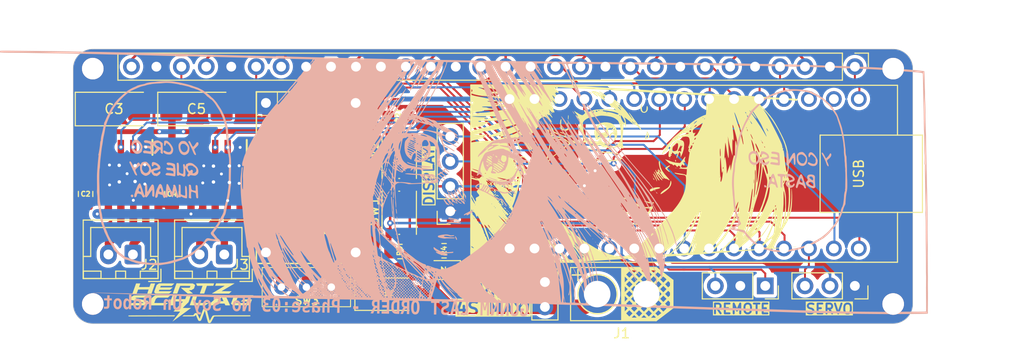
<source format=kicad_pcb>
(kicad_pcb (version 20241229) (generator "pcbnew") (generator_version "9.0")
  (layers (0 "F.Cu" signal) (2 "B.Cu" signal) (13 "F.Paste" user) (15 "B.Paste" user) (5 "F.SilkS" user "F.Silkscreen") (7 "B.SilkS" user "B.Silkscreen") (1 "F.Mask" user) (3 "B.Mask" user) (25 "Edge.Cuts" user))
  (net 0 "")
  (net 7 "GND")
  (net 8 "/VM")
  (net 9 "Net-(D1-K)")
  (net 10 "Net-(D2-K)")
  (net 11 "/MSJS")
  (net 12 "+5V")
  (net 13 "/SENSOR0")
  (net 14 "/OUT_A1")
  (net 15 "/OUT_A2")
  (net 16 "/OUT_B1")
  (net 17 "/OUT_B2")
  (net 18 "/SENSOR7")
  (net 19 "/SENSOR1")
  (net 20 "/SENSOR4")
  (net 21 "/SENSOR5")
  (net 22 "/SENSOR2")
  (net 23 "/SENSOR3")
  (net 24 "/SDA")
  (net 25 "/SCL")
  (net 26 "/SENSOR8")
  (net 27 "/Servo")
  (net 28 "VCC")
  (net 29 "/SENSOR6")
  (net 30 "Net-(U3-IN)")
  (net 31 "/IN_A1")
  (net 32 "/IN_B2")
  (net 33 "/IN_A2")
  (net 34 "/IN_B1")
  (net 35 "/BTN2")
  (net 36 "/BTN1")
  (net 37 "/SENSOR9")
  (footprint "Connector_AMASS:AMASS_XT30U-F_1x02_P5.0mm_Vertical" (layer "F.Cu") (at 167.36 107.99 180)
    (property "Reference" "J1")
    (property "Value" "TB_1X2")
  )
  (footprint "Connector_PinSocket_2.54mm:PinSocket_1x04_P2.54mm_Vertical" (layer "F.Cu") (at 147.4 99.54 180)
    (property "Reference" "DISPLAY")
    (property "Value" "Conn_01x04_Female")
  )
  (footprint "Connector_PinSocket_2.54mm:PinSocket_1x03_P2.54mm_Vertical" (layer "F.Cu") (at 179.475 107.15 -90)
    (property "Reference" "REMOTE")
    (property "Value" "Conn_01x03_Male")
  )
  (footprint "AJ_IMG:HERTZ" (layer "F.Cu") (at 120.893518 109.160926)
    (property "Reference" "G***" (hide yes))
    (property "Value" "LOGO" (hide yes))
  )
  (footprint "Diode_SMD:D_SMA" (layer "F.Cu") (at 141.2 108)
    (property "Reference" "D1")
    (property "Value" "M7")
  )
  (footprint "AJ_Lib:SOIC127P600X175-9N" (layer "F.Cu") (at 124.1 95.742 -90)
    (property "Reference" "IC2" (hide yes))
    (property "Value" "TB67H450FNG,EL" (hide yes))
  )
  (footprint "Module:Arduino_Nano" (layer "F.Cu") (at 153.44 103.34 90)
    (property "Reference" "A2" (hide yes))
    (property "Value" "Arduino_Nano_v3.x")
  )
  (footprint "MixLib:Mini360_step-down" (layer "F.Cu") (at 133.2 96.12 90)
    (property "Reference" "U3" (hide yes))
    (property "Value" "Mini360")
  )
  (footprint "Connector_PinSocket_2.54mm:PinSocket_1x02_P2.54mm_Vertical" (layer "F.Cu") (at 157.04 106.76)
    (property "Reference" "J8")
    (property "Value" "Extra")
  )
  (footprint "AJ_Lib:SOIC127P600X175-9N" (layer "F.Cu") (at 114.495 95.742 -90)
    (property "Reference" "IC1" (hide yes))
    (property "Value" "TB67H450FNG,EL" (hide yes))
  )
  (footprint "Capacitor_SMD:C_0805_2012Metric_Pad1.18x1.45mm_HandSolder" (layer "F.Cu") (at 119.06 97.78 -90)
    (property "Reference" "C4")
    (property "Value" "100nF")
  )
  (footprint "MixLib:SW_Slide-03_P2.54_L9_W4_H7" (layer "F.Cu") (at 132.75 107.28)
    (property "Reference" "SW3")
    (property "Value" "SW_Push")
  )
  (footprint "Resistor_SMD:R_0805_2012Metric" (layer "F.Cu") (at 146.77 103.57 180)
    (property "Reference" "R4")
    (property "Value" "2.7K")
  )
  (footprint "Button_Switch_SMD:SW_Push_1P1T_NO_Vertical_Wuerth_434133025816" (layer "F.Cu") (at 142.205 94 90)
    (property "Reference" "SW2")
    (property "Value" "SW_Push")
  )
  (footprint "MountingHole:MountingHole_2.2mm_M2_ISO7380" (layer "F.Cu") (at 192.5 109)
    (property "Reference" "H3")
    (property "Value" "MountingHole")
  )
  (footprint "Resistor_SMD:R_0805_2012Metric_Pad1.20x1.40mm_HandSolder" (layer "F.Cu") (at 142.1 90 180)
    (property "Reference" "R2")
    (property "Value" "R")
  )
  (footprint "Capacitor_Tantalum_SMD:CP_EIA-6032-15_Kemet-U_HandSolder" (layer "F.Cu") (at 113.16 89.12)
    (property "Reference" "C3")
    (property "Value" "47uF")
  )
  (footprint "MountingHole:MountingHole_2.2mm_M2_ISO7380" (layer "F.Cu") (at 111 85)
    (property "Reference" "H1")
    (property "Value" "MountingHole")
  )
  (footprint "Connector_JST:JST_XH_B2B-XH-A_1x02_P2.50mm_Vertical" (layer "F.Cu") (at 124.39 103.95 180)
    (property "Reference" "J3")
    (property "Value" "MotorB")
  )
  (footprint "Button_Switch_SMD:SW_Push_1P1T_NO_Vertical_Wuerth_434133025816" (layer "F.Cu") (at 142.205 99.7 90)
    (property "Reference" "SW1")
    (property "Value" "SW_Push")
  )
  (footprint "MountingHole:MountingHole_2.2mm_M2_ISO7380" (layer "F.Cu") (at 111 109)
    (property "Reference" "H4")
    (property "Value" "MountingHole")
  )
  (footprint "Connector_PinSocket_2.54mm:PinSocket_1x03_P2.54mm_Vertical" (layer "F.Cu") (at 188.6 107.15 -90)
    (property "Reference" "SERVO")
    (property "Value" "Conn_01x03_Male")
  )
  (footprint "MountingHole:MountingHole_2.2mm_M2_ISO7380" (layer "F.Cu") (at 192.5 85)
    (property "Reference" "H2")
    (property "Value" "MountingHole")
  )
  (footprint "Connector_PinHeader_2.54mm:PinHeader_1x30_P2.54mm_Vertical" (layer "F.Cu") (at 188.6 84.8 -90)
    (property "Reference" "J4" (hide yes))
    (property "Value" "Conn_01x30_Pin" (hide yes))
  )
  (footprint "AJ_IMG:Alita Angry" (layer "F.Cu") (at 166.1 95.7)
    (property "Reference" "G***" (hide yes))
    (property "Value" "LOGO" (hide yes))
  )
  (footprint "Capacitor_Tantalum_SMD:CP_EIA-6032-15_Kemet-U_HandSolder" (layer "F.Cu") (at 121.5575 89.12)
    (property "Reference" "C5")
    (property "Value" "47uF")
  )
  (footprint "Connector_JST:JST_XH_B2B-XH-A_1x02_P2.50mm_Vertical" (layer "F.Cu") (at 115.09 103.95 180)
    (property "Reference" "J2")
    (property "Value" "MotorA")
  )
  (footprint "AJ_IMG:JVB" (layer "F.Cu") (at 133.2 96.12)
    (property "Reference" "G***" (hide yes))
    (property "Value" "LOGO" (hide yes))
  )
  (footprint "MixLib:LED_0805_2012Metric" (layer "F.Cu") (at 146.9 105.52 180)
    (property "Reference" "D2")
    (property "Value" "LED")
  )
  (footprint "Resistor_SMD:R_0805_2012Metric_Pad1.20x1.40mm_HandSolder" (layer "F.Cu") (at 142.28 103.65 180)
    (property "Reference" "R3")
    (property "Value" "R")
  )
  (footprint "Capacitor_SMD:C_0805_2012Metric_Pad1.18x1.45mm_HandSolder" (layer "F.Cu") (at 110.27 97.78 -90)
    (property "Reference" "C2")
    (property "Value" "100nF")
  )
  (footprint "Library:Im Human" (layer "B.Cu") (at 148.683307 96.225987 180)
    (property "Reference" "G***" (hide yes))
    (property "Value" "LOGO" (hide yes))
  )
  (gr_line (start 164.875 105.3) (end 164.875 110.675) (stroke (width 0.15)) (layer "F.SilkS"))
  (gr_circle (center 162.4 108) (end 162.4 106) (stroke (width 0.15)) (fill no) (layer "F.SilkS"))
  (gr_rect (start 155.993978 105.86875) (end 158.086022 107.73125) (stroke (width 0.1)) (fill yes) (layer "F.SilkS"))
  (gr_arc (start 192.5 83) (mid 193.914214 83.585786) (end 194.5 85) (stroke (width 0.05)) (layer "Edge.Cuts"))
  (gr_line (start 192.5 83) (end 111 83) (stroke (width 0.05)) (layer "Edge.Cuts"))
  (gr_arc (start 194.5 109) (mid 193.914214 110.414214) (end 192.5 111) (stroke (width 0.05)) (layer "Edge.Cuts"))
  (gr_line (start 109 85) (end 109 109) (stroke (width 0.05)) (layer "Edge.Cuts"))
  (gr_line (start 192.5 111) (end 111 111) (stroke (width 0.05)) (layer "Edge.Cuts"))
  (gr_line (start 194.5 85) (end 194.5 109) (stroke (width 0.05)) (layer "Edge.Cuts"))
  (gr_arc (start 111 111) (mid 109.585786 110.414214) (end 109 109) (stroke (width 0.05)) (layer "Edge.Cuts"))
  (gr_arc (start 109 85) (mid 109.585786 83.585786) (end 111 83) (stroke (width 0.05)) (layer "Edge.Cuts"))
  (gr_text "Vin" (at 150.2 108.4 0) (layer "F.SilkS" knockout) (effects (font (size 1.25 1.25) (thickness 0.25) (bold yes)) (justify left bottom)))
  (gr_text "4S MAX!" (at 147.789286 110.2 0) (layer "F.SilkS" knockout) (effects (font (size 1.25 1.25) (thickness 0.25) (bold yes)) (justify left bottom)))
  (gr_text "GUNNM LAST ORDER - Phase:03 No Soy Un Robot" (at 155.45 110.48 359) (layer "B.SilkS") (effects (font (size 1.4 1.2) (thickness 0.2) (bold yes) (italic yes)) (justify left bottom mirror)))
  (segment (start 143.28 103.65) (end 143.5 103.65) (width 0.25) (layer "F.Cu") (net 7))
  (via (at 115.31 94.89) (size 0.65) (drill 0.35) (layers "F.Cu" "B.Cu") (net 7))
  (via (at 115.13 98.424) (size 0.6) (drill 0.3) (layers "F.Cu" "B.Cu") (net 7))
  (via (at 124.735 98.454) (size 0.6) (drill 0.3) (layers "F.Cu" "B.Cu") (net 7))
  (via (at 112.7 94.83) (size 0.6) (drill 0.3) (layers "F.Cu" "B.Cu") (net 7))
  (via (at 112.71 96.86) (size 0.6) (drill 0.3) (layers "F.Cu" "B.Cu") (net 7))
  (via (at 125.9 96.7) (size 0.6) (drill 0.3) (layers "F.Cu" "B.Cu") (net 7))
  (via (at 122.2 96.653333) (size 0.6) (drill 0.3) (layers "F.Cu" "B.Cu") (net 7))
  (via (at 116.3 94.8) (size 0.6) (drill 0.3) (layers "F.Cu" "B.Cu") (net 7))
  (via (at 115.31 96.51) (size 0.65) (drill 0.35) (layers "F.Cu" "B.Cu") (net 7))
  (via (at 124.91 94.926667) (size 0.65) (drill 0.35) (layers "F.Cu" "B.Cu") (net 7))
  (via (at 125.9 94.9) (size 0.6) (drill 0.3) (layers "F.Cu" "B.Cu") (net 7))
  (via (at 114.495 95.712) (size 0.6) (drill 0.3) (layers "F.Cu" "B.Cu") (net 7))
  (via (at 124.1 95.742) (size 0.6) (drill 0.3) (layers "F.Cu" "B.Cu") (net 7))
  (via (at 116.3 96.77) (size 0.6) (drill 0.3) (layers "F.Cu" "B.Cu") (net 7))
  (via (at 123.29 96.56) (size 0.65) (drill 0.35) (layers "F.Cu" "B.Cu") (net 7))
  (via (at 124.91 96.606667) (size 0.65) (drill 0.35) (layers "F.Cu" "B.Cu") (net 7))
  (via (at 116.4 93) (size 0.6) (drill 0.3) (layers "F.Cu" "B.Cu") (net 7))
  (via (at 126.005 93.03) (size 0.6) (drill 0.3) (layers "F.Cu" "B.Cu") (net 7))
  (via (at 122.3 94.913333) (size 0.6) (drill 0.3) (layers "F.Cu" "B.Cu") (net 7))
  (via (at 113.7 96.55) (size 0.65) (drill 0.35) (layers "F.Cu" "B.Cu") (net 7))
  (via (at 113.69 94.86) (size 0.65) (drill 0.35) (layers "F.Cu" "B.Cu") (net 7))
  (via (at 123.29 94.94) (size 0.65) (drill 0.35) (layers "F.Cu" "B.Cu") (net 7))
  (segment (start 118.499 83.601) (end 123.901 83.601) (width 0.2) (layer "B.Cu") (net 7))
  (segment (start 154.381 83.601) (end 155.58 84.8) (width 0.2) (layer "B.Cu") (net 7))
  (segment (start 178.44 84.8) (end 177.266 83.626) (width 0.25) (layer "B.Cu") (net 7))
  (segment (start 169.075 83.625) (end 163.375 83.625) (width 0.25) (layer "B.Cu") (net 7))
  (segment (start 185.62 83.72) (end 185.525 83.625) (width 0.25) (layer "B.Cu") (net 7))
  (segment (start 141.491 83.649) (end 147.429 83.649) (width 0.2) (layer "B.Cu") (net 7))
  (segment (start 170.266 83.626) (end 169.076 83.626) (width 0.25) (layer "B.Cu") (net 7))
  (segment (start 163.2 83.8) (end 163.2 84.8) (width 0.25) (layer "B.Cu") (net 7))
  (segment (start 172.615 83.625) (end 171.44 84.8) (width 0.25) (layer "B.Cu") (net 7))
  (segment (start 186.68 84.8) (end 185.62 83.74) (width 0.25) (layer "B.Cu") (net 7))
  (segment (start 171.44 84.8) (end 170.266 83.626) (width 0.25) (layer "B.Cu") (net 7))
  (segment (start 140.65 84.49) (end 141.491 83.649) (width 0.2) (layer "B.Cu") (net 7))
  (segment (start 163.2 84.8) (end 163.2 85.42) (width 0.25) (layer "B.Cu") (net 7))
  (segment (start 125.1 84.8) (end 126.299 83.601) (width 0.2) (layer "B.Cu") (net 7))
  (segment (start 148.27 84.49) (end 149.159 83.601) (width 0.2) (layer "B.Cu") (net 7))
  (segment (start 133.871 83.649) (end 139.809 83.649) (width 0.2) (layer "B.Cu") (net 7))
  (segment (start 185.62 83.74) (end 185.62 83.72) (width 0.25) (layer "B.Cu") (net 7))
  (segment (start 176.601 83.626) (end 176.6 83.625) (width 0.25) (layer "B.Cu") (net 7))
  (segment (start 126.299 83.601) (end 131.521 83.601) (width 0.2) (layer "B.Cu") (net 7))
  (segment (start 155.58 85.78) (end 155.58 84.8) (width 0.25) (layer "B.Cu") (net 7))
  (segment (start 176.6 83.625) (end 172.615 83.625) (width 0.25) (layer "B.Cu") (net 7))
  (segment (start 169.076 83.626) (end 169.075 83.625) (width 0.25) (layer "B.Cu") (net 7))
  (segment (start 132.72 84.8) (end 133.871 83.649) (width 0.2) (layer "B.Cu") (net 7))
  (segment (start 185.525 83.625) (end 179.615 83.625) (width 0.25) (layer "B.Cu") (net 7))
  (segment (start 123.901 83.601) (end 125.1 84.8) (width 0.2) (layer "B.Cu") (net 7))
  (segment (start 177.266 83.626) (end 176.601 83.626) (width 0.25) (layer "B.Cu") (net 7))
  (segment (start 162.62 86) (end 155.8 86) (width 0.25) (layer "B.Cu") (net 7))
  (segment (start 149.159 83.601) (end 154.381 83.601) (width 0.2) (layer "B.Cu") (net 7))
  (segment (start 179.615 83.625) (end 178.44 84.8) (width 0.25) (layer "B.Cu") (net 7))
  (segment (start 163.2 85.42) (end 162.62 86) (width 0.25) (layer "B.Cu") (net 7))
  (segment (start 131.521 83.601) (end 132.72 84.8) (width 0.2) (layer "B.Cu") (net 7))
  (segment (start 147.429 83.649) (end 148.27 84.49) (width 0.2) (layer "B.Cu") (net 7))
  (segment (start 163.375 83.625) (end 163.2 83.8) (width 0.25) (layer "B.Cu") (net 7))
  (segment (start 155.8 86) (end 155.58 85.78) (width 0.25) (layer "B.Cu") (net 7))
  (segment (start 139.809 83.649) (end 140.65 84.49) (width 0.2) (layer "B.Cu") (net 7))
  (segment (start 166.161874 106.66) (end 168.175 106.66) (width 1) (layer "B.Cu") (net 7))
  (segment (start 112.59 99.417) (end 112.59 98.424) (width 0.75) (layer "F.Cu") (net 8))
  (segment (start 161.755 109.315) (end 161.74 109.3) (width 1) (layer "F.Cu") (net 8))
  (segment (start 146 108.14) (end 147.14 109.28) (width 1.5) (layer "F.Cu") (net 8))
  (segment (start 111.69 97.48) (end 111.69 96.99) (width 0.75) (layer "F.Cu") (net 8))
  (segment (start 146 108.14) (end 145.8125 107.9525) (width 1) (layer "F.Cu") (net 8))
  (segment (start 112.59 98.38) (end 111.69 97.48) (width 0.75) (layer "F.Cu") (net 8))
  (segment (start 121 99.81875) (end 121 97.67) (width 0.75) (layer "F.Cu") (net 8))
  (segment (start 112.18825 99.81875) (end 112.59 99.417) (width 0.75) (layer "F.Cu") (net 8))
  (segment (start 111.45625 99.81875) (end 112.18825 99.81875) (width 0.75) (layer "F.Cu") (net 8))
  (segment (start 157.02 109.28) (end 157.04 109.3) (width 1) (layer "F.Cu") (net 8))
  (segment (start 120.3925 97.0625) (end 119.06 97.0625) (width 0.75) (layer "F.Cu") (net 8))
  (segment (start 112.59 98.424) (end 112.59 98.38) (width 0.75) (layer "F.Cu") (net 8))
  (segment (start 110.3125 96.7) (end 110.27 96.7425) (width 0.75) (layer "F.Cu") (net 8))
  (segment (start 111.4 96.7) (end 110.3125 96.7) (width 0.75) (layer "F.Cu") (net 8))
  (segment (start 147.14 109.28) (end 157.02 109.28) (width 1.5) (layer "F.Cu") (net 8))
  (segment (start 122.195 99.375) (end 122.195 98.454) (width 0.75) (layer "F.Cu") (net 8))
  (segment (start 111.69 96.99) (end 111.4 96.7) (width 0.75) (layer "F.Cu") (net 8))
  (segment (start 121 99.81875) (end 121.75125 99.81875) (width 0.75) (layer "F.Cu") (net 8))
  (segment (start 110.27 89.695) (end 110.845 89.12) (width 0.75) (layer "F.Cu") (net 8))
  (segment (start 121 97.67) (end 120.3925 97.0625) (width 0.75) (layer "F.Cu") (net 8))
  (segment (start 119.06 89.1825) (end 119.2425 89) (width 0.75) (layer "F.Cu") (net 8))
  (segment (start 143.8525 108.14) (end 146 108.14) (width 1.5) (layer "F.Cu") (net 8))
  (segment (start 121.75125 99.81875) (end 122.195 99.375) (width 0.75) (layer "F.Cu") (net 8))
  (segment (start 110.27 96.7425) (end 110.27 89.695) (width 0.75) (layer "F.Cu") (net 8))
  (segment (start 145.8125 107.9525) (end 145.8125 105.54) (width 1) (layer "F.Cu") (net 8))
  (segment (start 119.06 97.0625) (end 119.06 89.1825) (width 0.75) (layer "F.Cu") (net 8))
  (segment (start 143.7325 108.02) (end 143.8525 108.14) (width 1) (layer "F.Cu") (net 8))
  (segment (start 157.04 109.3) (end 161.05 109.3) (width 1.5) (layer "F.Cu") (net 8))
  (segment (start 161.05 109.3) (end 162.36 107.99) (width 1.5) (layer "F.Cu") (net 8))
  (via (at 121 99.81875) (size 0.6) (drill 0.3) (layers "F.Cu" "B.Cu") (net 8))
  (via (at 111.45625 99.81875) (size 0.6) (drill 0.3) (layers "F.Cu" "B.Cu") (net 8))
  (segment (start 121 99.81875) (end 137.84375 99.81875) (width 1) (layer "B.Cu") (net 8))
  (segment (start 147.325 109.3) (end 157.04 109.3) (width 1) (layer "B.Cu") (net 8))
  (segment (start 137.84375 99.81875) (end 147.325 109.3) (width 1) (layer "B.Cu") (net 8))
  (segment (start 121 99.81875) (end 111.45625 99.81875) (width 1) (layer "B.Cu") (net 8))
  (segment (start 132.75 106.5) (end 133.57 105.68) (width 1) (layer "F.Cu") (net 9))
  (segment (start 138.26 105.68) (end 139.1 106.52) (width 1) (layer "F.Cu") (net 9))
  (segment (start 139.1125 107.4) (end 139.1 107.3875) (width 0.75) (layer "F.Cu") (net 9))
  (segment (start 132.75 107.28) (end 132.75 106.5) (width 1) (layer "F.Cu") (net 9))
  (segment (start 139.1 106.52) (end 139.1 107.3875) (width 1) (layer "F.Cu") (net 9))
  (segment (start 133.57 105.68) (end 138.26 105.68) (width 1) (layer "F.Cu") (net 9))
  (segment (start 168.68 104.48) (end 168.68 103.34) (width 0.2) (layer "F.Cu") (net 11))
  (segment (start 169.7 105.5) (end 168.68 104.48) (width 0.2) (layer "F.Cu") (net 11))
  (segment (start 168.74 103.74) (end 168.69 103.79) (width 0.2) (layer "F.Cu") (net 11))
  (segment (start 171.3 105.5) (end 171.1 105.5) (width 0.2) (layer "F.Cu") (net 11))
  (segment (start 179.085767 105.5) (end 171.1 105.5) (width 0.2) (layer "F.Cu") (net 11))
  (segment (start 171.1 105.5) (end 169.7 105.5) (width 0.2) (layer "F.Cu") (net 11))
  (segment (start 179.475 107.18) (end 179.475 105.889233) (width 0.2) (layer "F.Cu") (net 11))
  (segment (start 179.475 105.889233) (end 179.085767 105.5) (width 0.2) (layer "F.Cu") (net 11))
  (segment (start 168.28 84.005) (end 168.28 84.8) (width 0.2) (layer "F.Cu") (net 12))
  (segment (start 143.28 91.95) (end 144.375 91.95) (width 0.25) (layer "F.Cu") (net 12))
  (segment (start 153.625 86.7) (end 153.04 86.115) (width 0.25) (layer "F.Cu") (net 12))
  (segment (start 159.66 86.7) (end 154.2 86.7) (width 0.25) (layer "F.Cu") (net 12))
  (segment (start 130.18 84.22) (end 130.18 84.8) (width 0.2) (layer "F.Cu") (net 12))
  (segment (start 132 83.6) (end 130.8 83.6) (width 0.25) (layer "F.Cu") (net 12))
  (segment (start 144.95 92.525) (end 144.95 96.15) (width 0.25) (layer "F.Cu") (net 12))
  (segment (start 161.06 88.1) (end 159.66 86.7) (width 0.25) (layer "F.Cu") (net 12))
  (segment (start 182.94 83.6) (end 184.14 84.8) (width 0.25) (layer "F.Cu") (net 12))
  (segment (start 175.1 83.6) (end 176.625 83.6) (width 0.25) (layer "F.Cu") (net 12))
  (segment (start 124.38 83.6) (end 115.425 83.6) (width 0.25) (layer "F.Cu") (net 12))
  (segment (start 139.62 83.6) (end 132 83.6) (width 0.25) (layer "F.Cu") (net 12))
  (segment (start 145.8 97) (end 147.4 97) (width 0.25) (layer "F.Cu") (net 12))
  (segment (start 153.7 83.6) (end 147.24 83.6) (width 0.25) (layer "F.Cu") (net 12))
  (segment (start 124.38 83.6) (end 123 83.6) (width 0.2) (layer "F.Cu") (net 12))
  (segment (start 167.6 83.6) (end 175.1 83.6) (width 0.25) (layer "F.Cu") (net 12))
  (segment (start 161.06 88.22) (end 161.12 88.16) (width 0.25) (layer "F.Cu") (net 12))
  (segment (start 137.8 84.175) (end 137.8 84.8) (width 0.2) (layer "F.Cu") (net 12))
  (segment (start 114.94 84.085) (end 114.94 84.8) (width 0.2) (layer "F.Cu") (net 12))
  (segment (start 145.42 84.03) (end 145.85 83.6) (width 0.25) (layer "F.Cu") (net 12))
  (segment (start 123 83.6) (end 122.56 84.04) (width 0.25) (layer "F.Cu") (net 12))
  (segment (start 154.2 86.7) (end 153.625 86.7) (width 0.25) (layer "F.Cu") (net 12))
  (segment (start 160.66 84.8) (end 160.66 84.22) (width 0.2) (layer "F.Cu") (net 12))
  (segment (start 153.04 86.115) (end 153.04 84.8) (width 0.25) (layer "F.Cu") (net 12))
  (segment (start 147.24 83.6) (end 146.35 83.6) (width 0.25) (layer "F.Cu") (net 12))
  (segment (start 146.35 83.6) (end 139.62 83.6) (width 0.25) (layer "F.Cu") (net 12))
  (segment (start 175.9 84.325) (end 176.625 83.6) (width 0.25) (layer "F.Cu") (net 12))
  (segment (start 145.42 84.8) (end 145.42 84.03) (width 0.2) (layer "F.Cu") (net 12))
  (segment (start 145.85 83.6) (end 146.35 83.6) (width 0.2) (layer "F.Cu") (net 12))
  (segment (start 176.625 83.6) (end 182.94 83.6) (width 0.25) (layer "F.Cu") (net 12))
  (segment (start 139.62 83.6) (end 138.375 83.6) (width 0.2) (layer "F.Cu") (net 12))
  (segment (start 161.12 88.16) (end 161.06 88.1) (width 0.2) (layer "F.Cu") (net 12))
  (segment (start 122.56 84.04) (end 122.56 84.8) (width 0.2) (layer "F.Cu") (net 12))
  (segment (start 160.66 84.22) (end 161.28 83.6) (width 0.25) (layer "F.Cu") (net 12))
  (segment (start 161.06 96.94) (end 161.06 88.22) (width 0.25) (layer "F.Cu") (net 12))
  (segment (start 132 83.6) (end 124.38 83.6) (width 0.25) (layer "F.Cu") (net 12))
  (segment (start 168.685 83.6) (end 168.28 84.005) (width 0.25) (layer "F.Cu") (net 12))
  (segment (start 153.04 84.18) (end 153.04 83.658) (width 0.25) (layer "F.Cu") (net 12))
  (segment (start 138.375 83.6) (end 137.8 84.175) (width 0.25) (layer "F.Cu") (net 12))
  (segment (start 143.28 91.95) (end 143.28 101.775) (width 0.25) (layer "F.Cu") (net 12))
  (segment (start 175.9 84.8) (end 175.9 84.325) (width 0.2) (layer "F.Cu") (net 12))
  (segment (start 161.28 83.6) (end 167.6 83.6) (width 0.25) (layer "F.Cu") (net 12))
  (segment (start 144.95 96.15) (end 145.8 97) (width 0.25) (layer "F.Cu") (net 12))
  (segment (start 115.425 83.6) (end 114.94 84.085) (width 0.25) (layer "F.Cu") (net 12))
  (segment (start 168.9 83.6) (end 168.685 83.6) (width 0.2) (layer "F.Cu") (net 12))
  (segment (start 144.375 91.95) (end 144.95 92.525) (width 0.25) (layer "F.Cu") (net 12))
  (segment (start 130.8 83.6) (end 130.18 84.22) (width 0.25) (layer "F.Cu") (net 12))
  (segment (start 145.42 85.295) (end 145.42 84.8) (width 0.2) (layer "F.Cu") (net 12))
  (segment (start 161.28 83.6) (end 153.7 83.6) (width 0.25) (layer "F.Cu") (net 12))
  (via (at 161.06 96.94) (size 0.6) (drill 0.3) (layers "F.Cu" "B.Cu") (net 12))
  (segment (start 174.395 107.18) (end 174.395 105.835) (width 0.2) (layer "B.Cu") (net 12))
  (segment (start 161 97) (end 161.06 96.94) (width 0.25) (layer "B.Cu") (net 12))
  (segment (start 164.85 100.33) (end 164.85 103.95) (width 0.25) (layer "B.Cu") (net 12))
  (segment (start 161.06 96.94) (end 161.12 97) (width 0.25) (layer "B.Cu") (net 12))
  (segment (start 174.395 105.835) (end 173.8 105.24) (width 0.2) (layer "B.Cu") (net 12))
  (segment (start 185.365 105.24) (end 173.8 105.24) (width 0.25) (layer "B.Cu") (net 12))
  (segment (start 161.12 97) (end 161.52 97) (width 0.25) (layer "B.Cu") (net 12))
  (segment (start 161.52 97) (end 164.85 100.33) (width 0.25) (layer "B.Cu") (net 12))
  (segment (start 186.06 107.15) (end 186.075 107.15) (width 0.25) (layer "B.Cu") (net 12))
  (segment (start 166.14 105.24) (end 173.8 105.24) (width 0.25) (layer "B.Cu") (net 12))
  (segment (start 186.075 105.95) (end 185.365 105.24) (width 0.25) (layer "B.Cu") (net 12))
  (segment (start 147.4 97) (end 161 97) (width 0.25) (layer "B.Cu") (net 12))
  (segment (start 164.85 103.95) (end 166.14 105.24) (width 0.25) (layer "B.Cu") (net 12))
  (segment (start 186.075 107.15) (end 186.075 105.95) (width 0.25) (layer "B.Cu") (net 12))
  (segment (start 120.02 86.32) (end 120.02 84.8) (width 0.2) (layer "F.Cu") (net 13))
  (segment (start 178.2 101) (end 156.2 101) (width 0.2) (layer "F.Cu") (net 13))
  (segment (start 120.631 86.931) (end 120.02 86.32) (width 0.2) (layer "F.Cu") (net 13))
  (segment (start 178.9 101.7) (end 178.2 101) (width 0.2) (layer "F.Cu") (net 13))
  (segment (start 146.331 86.931) (end 120.631 86.931) (width 0.2) (layer "F.Cu") (net 13))
  (segment (start 154.8 95.4) (end 146.331 86.931) (width 0.2) (layer "F.Cu") (net 13))
  (segment (start 154.8 99.6) (end 154.8 95.4) (width 0.2) (layer "F.Cu") (net 13))
  (segment (start 178.9 103.74) (end 178.9 101.7) (width 0.2) (layer "F.Cu") (net 13))
  (segment (start 156.2 101) (end 154.8 99.6) (width 0.2) (layer "F.Cu") (net 13))
  (segment (start 112.6 102.8) (end 113.86 101.54) (width 0.75) (layer "F.Cu") (net 14))
  (segment (start 112.6 104.1) (end 112.6 102.8) (width 0.75) (layer "F.Cu") (net 14))
  (segment (start 113.86 101.54) (end 113.86 98.424) (width 0.75) (layer "F.Cu") (net 14))
  (segment (start 116.4 101.6) (end 116.4 98.424) (width 0.75) (layer "F.Cu") (net 15))
  (segment (start 115.1 104.1) (end 115.1 102.9) (width 0.75) (layer "F.Cu") (net 15))
  (segment (start 115.1 102.9) (end 116.4 101.6) (width 0.75) (layer "F.Cu") (net 15))
  (segment (start 121.9 104) (end 121.9 102.1) (width 0.75) (layer "F.Cu") (net 16))
  (segment (start 123.465 100.535) (end 123.465 98.454) (width 0.75) (layer "F.Cu") (net 16))
  (segment (start 121.9 102.1) (end 123.465 100.535) (width 0.75) (layer "F.Cu") (net 16))
  (segment (start 124.4 104) (end 124.4 102.2) (width 0.75) (layer "F.Cu") (net 17))
  (segment (start 126.005 100.595) (end 126.005 98.454) (width 0.75) (layer "F.Cu") (net 17))
  (segment (start 124.4 102.2) (end 126.005 100.595) (width 0.75) (layer "F.Cu") (net 17))
  (segment (start 158.7 84.8) (end 158.12 84.8) (width 0.2) (layer "F.Cu") (net 18))
  (segment (start 173.510585 86.5) (end 160.4 86.5) (width 0.2) (layer "F.Cu") (net 18))
  (segment (start 160.4 86.5) (end 158.7 84.8) (width 0.2) (layer "F.Cu") (net 18))
  (segment (start 173.82 88.5) (end 173.82 86.809415) (width 0.2) (layer "F.Cu") (net 18))
  (segment (start 173.82 86.809415) (end 173.510585 86.5) (width 0.2) (layer "F.Cu") (net 18))
  (segment (start 156.3671 100.6) (end 180.04 100.6) (width 0.2) (layer "F.Cu") (net 19))
  (segment (start 180.04 100.6) (end 181.44 102) (width 0.2) (layer "F.Cu") (net 19))
  (segment (start 155.3 99.5329) (end 156.3671 100.6) (width 0.2) (layer "F.Cu") (net 19))
  (segment (start 127.64 84.8) (end 127.64 86.04) (width 0.2) (layer "F.Cu") (net 19))
  (segment (start 127.64 86.04) (end 128.13 86.53) (width 0.2) (layer "F.Cu") (net 19))
  (segment (start 146.53 86.53) (end 155.3 95.3) (width 0.2) (layer "F.Cu") (net 19))
  (segment (start 128.13 86.53) (end 146.53 86.53) (width 0.2) (layer "F.Cu") (net 19))
  (segment (start 181.44 102) (end 181.44 103.74) (width 0.2) (layer "F.Cu") (net 19))
  (segment (start 155.3 95.3) (end 155.3 99.5329) (width 0.2) (layer "F.Cu") (net 19))
  (segment (start 181.44 88.5) (end 181.4 88.46) (width 0.2) (layer "F.Cu") (net 20))
  (segment (start 181.4 88.46) (end 181.4 86.9) (width 0.2) (layer "F.Cu") (net 20))
  (segment (start 181.4 86.9) (end 180.98 86.48) (width 0.2) (layer "F.Cu") (net 20))
  (segment (start 180.98 86.48) (end 180.98 84.8) (width 0.2) (layer "F.Cu") (net 20))
  (segment (start 175.43 86.2) (end 174.03 84.8) (width 0.2) (layer "F.Cu") (net 21))
  (segment (start 178.6 86.2) (end 175.43 86.2) (width 0.2) (layer "F.Cu") (net 21))
  (segment (start 174.03 84.8) (end 173.36 84.8) (width 0.2) (layer "F.Cu") (net 21))
  (segment (start 173.51 84.65) (end 173.98 84.65) (width 0.2) (layer "F.Cu") (net 21))
  (segment (start 178.9 86.5) (end 178.6 86.2) (width 0.2) (layer "F.Cu") (net 21))
  (segment (start 173.36 84.8) (end 173.51 84.65) (width 0.2) (layer "F.Cu") (net 21))
  (segment (start 178.9 88.5) (end 178.9 86.5) (width 0.2) (layer "F.Cu") (net 21))
  (segment (start 135.41 84.65) (end 135.88 84.65) (width 0.2) (layer "F.Cu") (net 22))
  (segment (start 135.26 84.8) (end 135.41 84.65) (width 0.2) (layer "F.Cu") (net 22))
  (segment (start 156.5342 100.2) (end 155.8 99.4658) (width 0.2) (layer "F.Cu") (net 22))
  (segment (start 155.8 99.4658) (end 155.8 95.1) (width 0.2) (layer "F.Cu") (net 22))
  (segment (start 187.73 100.2) (end 156.5342 100.2) (width 0.2) (layer "F.Cu") (net 22))
  (segment (start 146.8029 86.13) (end 135.63 86.13) (width 0.2) (layer "F.Cu") (net 22))
  (segment (start 189.06 103.74) (end 189.06 101.53) (width 0.2) (layer "F.Cu") (net 22))
  (segment (start 155.8 95.1) (end 147.801 87.101) (width 0.2) (layer "F.Cu") (net 22))
  (segment (start 135.63 86.13) (end 135.26 85.76) (width 0.2) (layer "F.Cu") (net 22))
  (segment (start 147.7739 87.101) (end 146.8029 86.13) (width 0.2) (layer "F.Cu") (net 22))
  (segment (start 147.801 87.101) (end 147.7739 87.101) (width 0.2) (layer "F.Cu") (net 22))
  (segment (start 189.06 101.53) (end 187.73 100.2) (width 0.2) (layer "F.Cu") (net 22))
  (segment (start 135.26 85.76) (end 135.26 84.8) (width 0.2) (layer "F.Cu") (net 22))
  (segment (start 189.06 88.5) (end 189.06 86.96) (width 0.2) (layer "F.Cu") (net 23))
  (segment (start 188.6 86.5) (end 188.6 84.8) (width 0.2) (layer "F.Cu") (net 23))
  (segment (start 189.06 86.96) (end 188.6 86.5) (width 0.2) (layer "F.Cu") (net 23))
  (segment (start 164.04 94.06) (end 164.91 93.19) (width 0.2) (layer "F.Cu") (net 24))
  (segment (start 171.28 90.91) (end 171.28 88.5) (width 0.2) (layer "F.Cu") (net 24))
  (segment (start 164.91 93.19) (end 169 93.19) (width 0.2) (layer "F.Cu") (net 24))
  (segment (start 164.04 94.67) (end 164.04 94.06) (width 0.2) (layer "F.Cu") (net 24))
  (segment (start 169 93.19) (end 171.28 90.91) (width 0.2) (layer "F.Cu") (net 24))
  (via (at 164.04 94.67) (size 0.6) (drill 0.3) (layers "F.Cu" "B.Cu") (net 24))
  (segment (start 164.01 94.7) (end 152.45 94.7) (width 0.2) (layer "B.Cu") (net 24))
  (segment (start 164.04 94.67) (end 164.01 94.7) (width 0.2) (layer "B.Cu") (net 24))
  (segment (start 149.67 91.92) (end 147.4 91.92) (width 0.2) (layer "B.Cu") (net 24))
  (segment (start 152.45 94.7) (end 149.67 91.92) (width 0.2) (layer "B.Cu") (net 24))
  (segment (start 168.74 91.76) (end 168.74 88.5) (width 0.2) (layer "F.Cu") (net 25))
  (segment (start 168.11 92.39) (end 168.74 91.76) (width 0.2) (layer "F.Cu") (net 25))
  (segment (start 162.15 94.46) (end 164.22 92.39) (width 0.2) (layer "F.Cu") (net 25))
  (segment (start 162.15 95.41) (end 162.15 94.46) (width 0.2) (layer "F.Cu") (net 25))
  (segment (start 164.22 92.39) (end 168.11 92.39) (width 0.2) (layer "F.Cu") (net 25))
  (segment (start 147.4 94.47) (end 147.05 94.47) (width 0.25) (layer "F.Cu") (net 25))
  (via (at 162.15 95.41) (size 0.6) (drill 0.3) (layers "F.Cu" "B.Cu") (net 25))
  (segment (start 150.635 94.46) (end 151.585 95.41) (width 0.2) (layer "B.Cu") (net 25))
  (segment (start 147.4 94.46) (end 150.635 94.46) (width 0.2) (layer "B.Cu") (net 25))
  (segment (start 151.585 95.41) (end 162.15 95.41) (width 0.2) (layer "B.Cu") (net 25))
  (segment (start 150.5 86.14) (end 150.5 84.8) (width 0.2) (layer "B.Cu") (net 26))
  (segment (start 150.5 84.8) (end 151.12 84.8) (width 0.2) (layer "B.Cu") (net 26))
  (segment (start 165.82 86.5) (end 150.86 86.5) (width 0.2) (layer "B.Cu") (net 26))
  (segment (start 150.86 86.5) (end 150.5 86.14) (width 0.2) (layer "B.Cu") (net 26))
  (segment (start 166.14 88.1) (end 166.14 86.82) (width 0.2) (layer "B.Cu") (net 26))
  (segment (start 166.14 86.82) (end 165.82 86.5) (width 0.2) (layer "B.Cu") (net 26))
  (segment (start 183.98 107.47) (end 184 107.49) (width 0.2) (layer "F.Cu") (net 27))
  (segment (start 183.52 107.15) (end 183.52 105.48) (width 0.2) (layer "F.Cu") (net 27))
  (segment (start 183.52 105.48) (end 183.92 105.08) (width 0.2) (layer "F.Cu") (net 27))
  (segment (start 183.92 105.08) (end 183.92 103.34) (width 0.2) (layer "F.Cu") (net 27))
  (segment (start 122.195 91.605) (end 122.4 91.4) (width 0.5) (layer "F.Cu") (net 28))
  (segment (start 112.59 91.7375) (end 112.9025 91.425) (width 0.5) (layer "F.Cu") (net 28))
  (segment (start 120.225 91.425) (end 122.015 91.425) (width 0.5) (layer "F.Cu") (net 28))
  (segment (start 122.195 91.605) (end 122.195 93.03) (width 0.5) (layer "F.Cu") (net 28))
  (segment (start 122.4 91.4) (end 136.7 91.4) (width 0.5) (layer "F.Cu") (net 28))
  (segment (start 112.9025 91.425) (end 117.8 91.425) (width 0.5) (layer "F.Cu") (net 28))
  (segment (start 136.7 91.4) (end 137.77 90.33) (width 0.5) (layer "F.Cu") (net 28))
  (segment (start 122.015 91.425) (end 122.195 91.605) (width 0.5) (layer "F.Cu") (net 28))
  (segment (start 137.77 90.33) (end 137.77 88.5) (width 0.5) (layer "F.Cu") (net 28))
  (segment (start 112.59 93) (end 112.59 91.7375) (width 0.5) (layer "F.Cu") (net 28))
  (via (at 117.8 91.425) (size 0.4) (drill 0.3) (layers "F.Cu" "B.Cu") (net 28))
  (via (at 120.225 91.425) (size 0.4) (drill 0.3) (layers "F.Cu" "B.Cu") (net 28))
  (segment (start 153.5 88.16) (end 153.5 88.5) (width 0.25) (layer "B.Cu") (net 28))
  (segment (start 142.5 88.1) (end 153.44 88.1) (width 0.5) (layer "B.Cu") (net 28))
  (segment (start 137.77 89) (end 137.77 88.5) (width 0.25) (layer "B.Cu") (net 28))
  (segment (start 137.77 88.5) (end 142.1 88.5) (width 0.5) (layer "B.Cu") (net 28))
  (segment (start 117.8 91.425) (end 120.225 91.425) (width 0.5) (layer "B.Cu") (net 28))
  (segment (start 142.1 88.5) (end 142.5 88.1) (width 0.5) (layer "B.Cu") (net 28))
  (segment (start 166.36 85.26) (end 166.36 84.65) (width 0.2) (layer "F.Cu") (net 29))
  (segment (start 174.5 86) (end 167.1 86) (width 0.2) (layer "F.Cu") (net 29))
  (segment (start 176.36 87.86) (end 174.5 86) (width 0.2) (layer "F.Cu") (net 29))
  (segment (start 167.1 86) (end 166.36 85.26) (width 0.2) (layer "F.Cu") (net 29))
  (segment (start 176.36 88.5) (end 176.36 87.86) (width 0.2) (layer "F.Cu") (net 29))
  (segment (start 130.21 107.28) (end 130.16 107.23) (width 1) (layer "F.Cu") (net 30))
  (segment (start 130.16 107.23) (end 130.16 105.84) (width 1) (layer "F.Cu") (net 30))
  (segment (start 137.75 104.4) (end 137.77 104.42) (width 0.2) (layer "F.Cu") (net 30))
  (segment (start 130.16 105.84) (end 132.26 103.74) (width 1) (layer "F.Cu") (net 30))
  (segment (start 132.26 103.74) (end 137.77 103.74) (width 1) (layer "F.Cu") (net 30))
  (via (at 113.86 93) (size 0.6) (drill 0.3) (layers "F.Cu" "B.Cu") (net 31))
  (segment (start 142.63 90.07) (end 143.8 88.9) (width 0.2) (layer "B.Cu") (net 31))
  (segment (start 186.52 99.67) (end 186.52 103.74) (width 0.2) (layer "B.Cu") (net 31))
  (segment (start 143.8 88.9) (end 151.6 88.9) (width 0.2) (layer "B.Cu") (net 31))
  (segment (start 113.9 91.3) (end 115.13 90.07) (width 0.2) (layer "B.Cu") (net 31))
  (segment (start 113.9 92.96) (end 113.9 91.3) (width 0.2) (layer "B.Cu") (net 31))
  (segment (start 153.82 91.12) (end 177.97 91.12) (width 0.2) (layer "B.Cu") (net 31))
  (segment (start 113.86 93) (end 113.9 92.96) (width 0.2) (layer "B.Cu") (net 31))
  (segment (start 115.13 90.07) (end 142.63 90.07) (width 0.2) (layer "B.Cu") (net 31))
  (segment (start 177.97 91.12) (end 186.52 99.67) (width 0.2) (layer "B.Cu") (net 31))
  (segment (start 151.6 88.9) (end 153.82 91.12) (width 0.2) (layer "B.Cu") (net 31))
  (via (at 124.735 93.03) (size 0.6) (drill 0.3) (layers "F.Cu" "B.Cu") (net 32))
  (segment (start 153.31 93.33) (end 163.690918 93.33) (width 0.2) (layer "B.Cu") (net 32))
  (segment (start 166.2 95.839082) (end 166.2 103.74) (width 0.2) (layer "B.Cu") (net 32))
  (segment (start 150.38 90.4) (end 153.31 93.33) (width 0.2) (layer "B.Cu") (net 32))
  (segment (start 124.735 93.03) (end 124.735 92.365) (width 0.2) (layer "B.Cu") (net 32))
  (segment (start 124.735 92.365) (end 125.62 91.48) (width 0.2) (layer "B.Cu") (net 32))
  (segment (start 163.690918 93.33) (end 166.2 95.839082) (width 0.2) (layer "B.Cu") (net 32))
  (segment (start 144.02 91.48) (end 145.1 90.4) (width 0.2) (layer "B.Cu") (net 32))
  (segment (start 125.62 91.48) (end 144.02 91.48) (width 0.2) (layer "B.Cu") (net 32))
  (segment (start 145.1 90.4) (end 150.38 90.4) (width 0.2) (layer "B.Cu") (net 32))
  (via (at 115.13 93) (size 0.6) (drill 0.3) (layers "F.Cu" "B.Cu") (net 33))
  (segment (start 168.55 91.92) (end 173.82 97.19) (width 0.2) (layer "B.Cu") (net 33))
  (segment (start 115.1 92.8625) (end 115.1 91.9) (width 0.2) (layer "B.Cu") (net 33))
  (segment (start 115.1 91.9) (end 116.5 90.5) (width 0.2) (layer "B.Cu") (net 33))
  (segment (start 153.85621 91.92) (end 168.55 91.92) (width 0.2) (layer "B.Cu") (net 33))
  (segment (start 116.5 90.5) (end 143.295713 90.5) (width 0.2) (layer "B.Cu") (net 33))
  (segment (start 173.82 97.19) (end 173.82 103.74) (width 0.2) (layer "B.Cu") (net 33))
  (segment (start 143.295713 90.5) (end 144.395713 89.4) (width 0.2) (layer "B.Cu") (net 33))
  (segment (start 151.33621 89.4) (end 153.85621 91.92) (width 0.2) (layer "B.Cu") (net 33))
  (segment (start 144.395713 89.4) (end 151.33621 89.4) (width 0.2) (layer "B.Cu") (net 33))
  (via (at 123.465 93.03) (size 0.6) (drill 0.3) (layers "F.Cu" "B.Cu") (net 34))
  (segment (start 124.43 91.07) (end 143.63 91.07) (width 0.2) (layer "B.Cu") (net 34))
  (segment (start 150.9 89.9) (end 153.76 92.76) (width 0.2) (layer "B.Cu") (net 34))
  (segment (start 171.28 96.95) (end 171.28 103.74) (width 0.2) (layer "B.Cu") (net 34))
  (segment (start 123.465 93.03) (end 123.465 92.035) (width 0.2) (layer "B.Cu") (net 34))
  (segment (start 167.09 92.76) (end 171.28 96.95) (width 0.2) (layer "B.Cu") (net 34))
  (segment (start 123.465 92.035) (end 124.43 91.07) (width 0.2) (layer "B.Cu") (net 34))
  (segment (start 144.8 89.9) (end 150.9 89.9) (width 0.2) (layer "B.Cu") (net 34))
  (segment (start 143.63 91.07) (end 144.8 89.9) (width 0.2) (layer "B.Cu") (net 34))
  (segment (start 153.76 92.76) (end 167.09 92.76) (width 0.2) (layer "B.Cu") (net 34))
  (segment (start 156.1329 101.5) (end 154.3 99.6671) (width 0.2) (layer "F.Cu") (net 35))
  (segment (start 175.85 101.5) (end 156.1329 101.5) (width 0.2) (layer "F.Cu") (net 35))
  (segment (start 141.13 91.925) (end 141.13 96.075) (width 0.2) (layer "F.Cu") (net 35))
  (segment (start 176.36 103.74) (end 176.36 102.01) (width 0.2) (layer "F.Cu") (net 35))
  (segment (start 141.6 88.1) (end 141.13 88.57) (width 0.2) (layer "F.Cu") (net 35))
  (segment (start 141.13 88.57) (end 141.13 91.925) (width 0.2) (layer "F.Cu") (net 35))
  (segment (start 154.3 99.6671) (end 154.3 95.5) (width 0.2) (layer "F.Cu") (net 35))
  (segment (start 154.3 95.5) (end 146.9 88.1) (width 0.2) (layer "F.Cu") (net 35))
  (segment (start 146.9 88.1) (end 141.6 88.1) (width 0.2) (layer "F.Cu") (net 35))
  (segment (start 176.36 102.01) (end 175.85 101.5) (width 0.2) (layer "F.Cu") (net 35))
  (segment (start 141.28 100.75) (end 141.28 97.775) (width 0.25) (layer "F.Cu") (net 36))
  (segment (start 141.28 103.65) (end 141.28 100.75) (width 0.25) (layer "F.Cu") (net 36))
  (segment (start 141.28 97.775) (end 141.13 97.625) (width 0.25) (layer "F.Cu") (net 36))
  (via (at 141.28 100.75) (size 0.6) (drill 0.3) (layers "F.Cu" "B.Cu") (net 36))
  (segment (start 141.28 100.75) (end 162.6 100.75) (width 0.25) (layer "B.Cu") (net 36))
  (segment (start 163.66 101.81) (end 163.66 103.74) (width 0.25) (layer "B.Cu") (net 36))
  (segment (start 162.6 100.75) (end 163.66 101.81) (width 0.25) (layer "B.Cu") (net 36))
  (segment (start 163.38 86.9) (end 143.51 86.9) (width 0.2) (layer "B.Cu") (net 37))
  (segment (start 142.88 84.8) (end 143.5 84.8) (width 0.2) (layer "B.Cu") (net 37))
  (segment (start 163.66 87.18) (end 163.38 86.9) (width 0.2) (layer "B.Cu") (net 37))
  (segment (start 143.51 86.9) (end 142.88 86.27) (width 0.2) (layer "B.Cu") (net 37))
  (segment (start 142.88 86.27) (end 142.88 84.8) (width 0.2) (layer "B.Cu") (net 37))
  (segment (start 163.66 88.5) (end 163.66 87.18) (width 0.2) (layer "B.Cu") (net 37))
  (zone (net 7) (net_name "GND") (layer "F.Cu") (connect_pads (clearance 0.5)) (min_thickness 0.25) (fill yes (thermal_gap 0.25) (thermal_bridge_width 0.7))
    (polygon (pts (xy 109 83) (xy 109 111) (xy 194.5 111) (xy 194.5 83)))
  )
  (zone (net 7) (net_name "GND") (layer "B.Cu") (priority 1) (connect_pads yes (clearance 0.35)) (min_thickness 0.25) (fill yes (thermal_gap 0.5) (thermal_bridge_width 0.5))
    (polygon (pts (xy 109 83) (xy 109 111) (xy 194.5 111) (xy 194.5 83)))
  )
  (zone (net 0) (net_name "") (layer "F.SilkS") (connect_pads (clearance 0.35)) (min_thickness 0.1) (fill yes (mode hatch) (thermal_gap 0.5) (thermal_bridge_width 0.5) (hatch_thickness 0.25) (hatch_gap 0.45) (hatch_orientation 45) (hatch_border_algorithm hatch_thickness) (hatch_min_hole_area 0.3))
    (polygon (pts (xy 164.875 110.675) (xy 168.37 110.7) (xy 170.07 109.4) (xy 170.07 106.58) (xy 168.37 105.28) (xy 164.875 105.28)))
  )
)
</source>
